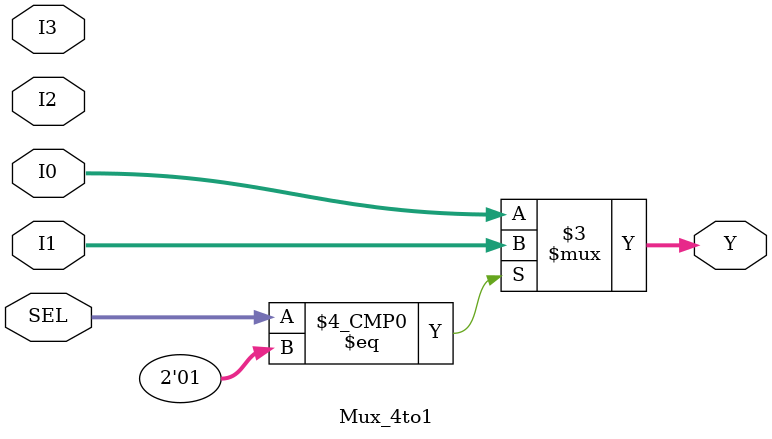
<source format=v>
module Mux_4to1(
    input       wire    [31:0]      I0,
    input       wire    [31:0]      I1,
    input       wire    [31:0]      I2,
    input       wire    [31:0]      I3,
    input       wire    [1:0]       SEL,
    output      reg     [31:0]      Y
);

always @ (*)
    begin
        case (SEL)
            00      :       Y   =   I0;

            01      :       Y   =   I1;

            10      :       Y   =   I2;

            11      :       Y   =   I3;

            default :       Y   =   I0;
        endcase
    end


endmodule

</source>
